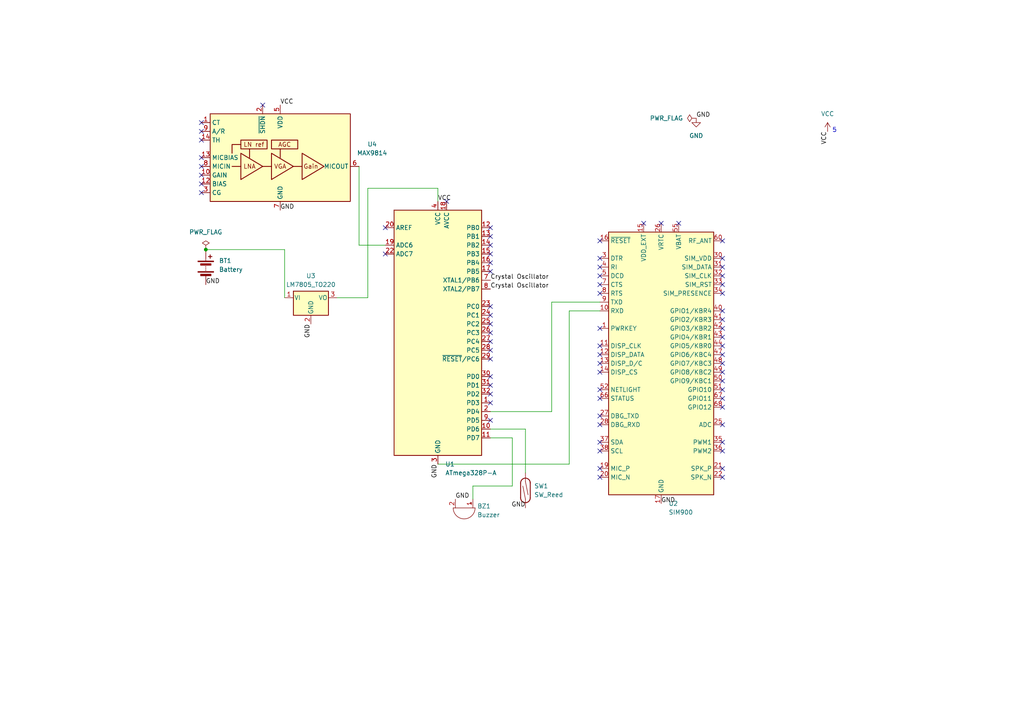
<source format=kicad_sch>
(kicad_sch (version 20250114) (generator "eeschema") (generator_version "9.0")
  (paper "A4")
  (lib_symbols
    (symbol "Amplifier_Audio:MAX9814"
      (property "Reference" "U" (at -20.32 13.97 0))
      (property "Value" "MAX9814" (at 11.43 13.97 0))
      (symbol "MAX9814_0_0"
        (rectangle (start -11.43 5.08) (end -3.81 2.54) (stroke (width 0.254)))
        (polyline (pts (xy -11.43 3.81) (xy -13.97 3.81) (xy -13.97 1.27)) (stroke (width 0.254)))
        (polyline (pts (xy -11.43 -2.54) (xy -13.97 -2.54)) (stroke (width 0.254)))
        (polyline (pts (xy -8.89 2.54) (xy -8.89 0)) (stroke (width 0.254)))
        (polyline (pts (xy -5.08 -2.54) (xy -11.43 1.27) (xy -11.43 -6.35) (xy -5.08 -2.54)) (stroke (width 0.254)))
        (rectangle (start -2.54 5.08) (end 5.08 2.54) (stroke (width 0.254)))
        (polyline (pts (xy -2.54 -2.54) (xy -5.08 -2.54)) (stroke (width 0.254)))
        (polyline (pts (xy 0 2.54) (xy 0 0)) (stroke (width 0.254)))
        (polyline (pts (xy 3.81 -2.54) (xy 6.35 -2.54)) (stroke (width 0.254)))
        (polyline (pts (xy 3.81 -2.54) (xy -2.54 1.27) (xy -2.54 -6.35) (xy 3.81 -2.54)) (stroke (width 0.254)))
        (polyline (pts (xy 12.7 -2.54) (xy 6.35 1.27) (xy 6.35 -6.35) (xy 12.7 -2.54)) (stroke (width 0.254)))
        (text "LNA" (at -8.89 -2.54 0) (effects (font (size 1.27 1.27))))
        (text "LN ref" (at -7.62 3.81 0) (effects (font (size 1.27 1.27))))
        (text "VGA" (at 0 -2.54 0) (effects (font (size 1.27 1.27))))
        (text "AGC" (at 1.27 3.81 0) (effects (font (size 1.27 1.27))))
        (text "Gain" (at 8.89 -2.54 0) (effects (font (size 1.27 1.27))))
      )
      (symbol "MAX9814_0_1"
        (rectangle (start -20.32 12.7) (end 20.32 -12.7) (stroke (width 0.254)) (fill (type background)))
      )
      (symbol "MAX9814_1_1"
        (pin input line (at -22.86 10.16 0) (length 2.54) (name "CT") (number "1"))
        (pin input line (at -22.86 7.62 0) (length 2.54) (name "A/R") (number "9"))
        (pin input line (at -22.86 5.08 0) (length 2.54) (name "TH") (number "14"))
        (pin output line (at -22.86 0 0) (length 2.54) (name "MICBIAS") (number "13"))
        (pin input line (at -22.86 -2.54 0) (length 2.54) (name "MICIN") (number "8"))
        (pin input line (at -22.86 -5.08 0) (length 2.54) (name "GAIN") (number "10"))
        (pin passive line (at -22.86 -7.62 0) (length 2.54) (name "BIAS") (number "12"))
        (pin passive line (at -22.86 -10.16 0) (length 2.54) (name "CG") (number "3"))
        (pin input line (at -5.08 15.24 270) (length 2.54) (name "~{SHDN}") (number "2"))
        (pin power_in line (at 0 15.24 270) (length 2.54) (name "VDD") (number "5"))
        (pin passive line (at 0 -15.24 90) (length 2.54) (hide yes) (name "GND") (number "11"))
        (pin passive line (at 0 -15.24 90) (length 2.54) (hide yes) (name "GND") (number "15"))
        (pin passive line (at 0 -15.24 90) (length 2.54) (hide yes) (name "GND") (number "4"))
        (pin power_in line (at 0 -15.24 90) (length 2.54) (name "GND") (number "7"))
        (pin output line (at 22.86 -2.54 180) (length 2.54) (name "MICOUT") (number "6"))
      )
    )
    (symbol "Device:Battery" (pin_numbers (hide yes)) (pin_names (offset 0) (hide yes))
      (property "Reference" "BT" (at 2.54 2.54 0))
      (property "Value" "Battery" (at 2.54 0 0))
      (symbol "Battery_0_1"
        (rectangle (start -2.286 1.778) (end 2.286 1.524) (fill (type outline)))
        (rectangle (start -2.286 -1.27) (end 2.286 -1.524) (fill (type outline)))
        (rectangle (start -1.524 1.016) (end 1.524 0.508) (fill (type outline)))
        (rectangle (start -1.524 -2.032) (end 1.524 -2.54) (fill (type outline)))
        (polyline (pts (xy 0 1.778) (xy 0 2.54)))
        (polyline (pts (xy 0 0) (xy 0 0.254)))
        (polyline (pts (xy 0 -0.508) (xy 0 -0.254)))
        (polyline (pts (xy 0 -1.016) (xy 0 -0.762)))
        (polyline (pts (xy 0.762 3.048) (xy 1.778 3.048)) (stroke (width 0.254)))
        (polyline (pts (xy 1.27 3.556) (xy 1.27 2.54)) (stroke (width 0.254)))
      )
      (symbol "Battery_1_1"
        (pin passive line (at 0 5.08 270) (length 2.54) (name "+") (number "1"))
        (pin passive line (at 0 -5.08 90) (length 2.54) (name "-") (number "2"))
      )
    )
    (symbol "Device:Buzzer" (pin_names (offset 0.0254) (hide yes))
      (property "Reference" "BZ" (at 3.81 1.27 0))
      (property "Value" "Buzzer" (at 3.81 -1.27 0))
      (symbol "Buzzer_0_1"
        (polyline (pts (xy -1.651 1.905) (xy -1.143 1.905)))
        (polyline (pts (xy -1.397 2.159) (xy -1.397 1.651)))
        (arc (start 0 3.175) (mid 3.1612 0) (end 0 -3.175))
        (polyline (pts (xy 0 3.175) (xy 0 -3.175)))
      )
      (symbol "Buzzer_1_1"
        (pin passive line (at -2.54 2.54 0) (length 2.54) (name "+") (number "1"))
        (pin passive line (at -2.54 -2.54 0) (length 2.54) (name "-") (number "2"))
      )
    )
    (symbol "MCU_Microchip_ATmega:ATmega328P-A"
      (property "Reference" "U" (at -12.7 36.83 0))
      (property "Value" "ATmega328P-A" (at 2.54 -36.83 0))
      (symbol "ATmega328P-A_0_1"
        (rectangle (start -12.7 -35.56) (end 12.7 35.56) (stroke (width 0.254)) (fill (type background)))
      )
      (symbol "ATmega328P-A_1_1"
        (pin passive line (at -15.24 30.48 0) (length 2.54) (name "AREF") (number "20"))
        (pin input line (at -15.24 25.4 0) (length 2.54) (name "ADC6") (number "19"))
        (pin input line (at -15.24 22.86 0) (length 2.54) (name "ADC7") (number "22"))
        (pin power_in line (at 0 38.1 270) (length 2.54) (name "VCC") (number "4"))
        (pin passive line (at 0 38.1 270) (length 2.54) (hide yes) (name "VCC") (number "6"))
        (pin passive line (at 0 -38.1 90) (length 2.54) (hide yes) (name "GND") (number "21"))
        (pin power_in line (at 0 -38.1 90) (length 2.54) (name "GND") (number "3"))
        (pin passive line (at 0 -38.1 90) (length 2.54) (hide yes) (name "GND") (number "5"))
        (pin power_in line (at 2.54 38.1 270) (length 2.54) (name "AVCC") (number "18"))
        (pin bidirectional line (at 15.24 30.48 180) (length 2.54) (name "PB0") (number "12"))
        (pin bidirectional line (at 15.24 27.94 180) (length 2.54) (name "PB1") (number "13"))
        (pin bidirectional line (at 15.24 25.4 180) (length 2.54) (name "PB2") (number "14"))
        (pin bidirectional line (at 15.24 22.86 180) (length 2.54) (name "PB3") (number "15"))
        (pin bidirectional line (at 15.24 20.32 180) (length 2.54) (name "PB4") (number "16"))
        (pin bidirectional line (at 15.24 17.78 180) (length 2.54) (name "PB5") (number "17"))
        (pin bidirectional line (at 15.24 15.24 180) (length 2.54) (name "XTAL1/PB6") (number "7"))
        (pin bidirectional line (at 15.24 12.7 180) (length 2.54) (name "XTAL2/PB7") (number "8"))
        (pin bidirectional line (at 15.24 7.62 180) (length 2.54) (name "PC0") (number "23"))
        (pin bidirectional line (at 15.24 5.08 180) (length 2.54) (name "PC1") (number "24"))
        (pin bidirectional line (at 15.24 2.54 180) (length 2.54) (name "PC2") (number "25"))
        (pin bidirectional line (at 15.24 0 180) (length 2.54) (name "PC3") (number "26"))
        (pin bidirectional line (at 15.24 -2.54 180) (length 2.54) (name "PC4") (number "27"))
        (pin bidirectional line (at 15.24 -5.08 180) (length 2.54) (name "PC5") (number "28"))
        (pin bidirectional line (at 15.24 -7.62 180) (length 2.54) (name "~{RESET}/PC6") (number "29"))
        (pin bidirectional line (at 15.24 -12.7 180) (length 2.54) (name "PD0") (number "30"))
        (pin bidirectional line (at 15.24 -15.24 180) (length 2.54) (name "PD1") (number "31"))
        (pin bidirectional line (at 15.24 -17.78 180) (length 2.54) (name "PD2") (number "32"))
        (pin bidirectional line (at 15.24 -20.32 180) (length 2.54) (name "PD3") (number "1"))
        (pin bidirectional line (at 15.24 -22.86 180) (length 2.54) (name "PD4") (number "2"))
        (pin bidirectional line (at 15.24 -25.4 180) (length 2.54) (name "PD5") (number "9"))
        (pin bidirectional line (at 15.24 -27.94 180) (length 2.54) (name "PD6") (number "10"))
        (pin bidirectional line (at 15.24 -30.48 180) (length 2.54) (name "PD7") (number "11"))
      )
    )
    (symbol "RF_GSM:SIM900"
      (property "Reference" "U" (at -15.24 39.37 0))
      (property "Value" "SIM900" (at 8.89 39.37 0))
      (symbol "SIM900_0_1"
        (rectangle (start -15.24 38.1) (end 15.24 -38.1) (stroke (width 0.254)) (fill (type background)))
      )
      (symbol "SIM900_1_1"
        (pin input line (at -17.78 35.56 0) (length 2.54) (name "~{RESET}") (number "16"))
        (pin input line (at -17.78 30.48 0) (length 2.54) (name "DTR") (number "3"))
        (pin output line (at -17.78 27.94 0) (length 2.54) (name "RI") (number "4"))
        (pin output line (at -17.78 25.4 0) (length 2.54) (name "DCD") (number "5"))
        (pin output line (at -17.78 22.86 0) (length 2.54) (name "CTS") (number "7"))
        (pin input line (at -17.78 20.32 0) (length 2.54) (name "RTS") (number "8"))
        (pin output line (at -17.78 17.78 0) (length 2.54) (name "TXD") (number "9"))
        (pin input line (at -17.78 15.24 0) (length 2.54) (name "RXD") (number "10"))
        (pin input line (at -17.78 10.16 0) (length 2.54) (name "PWRKEY") (number "1"))
        (pin output line (at -17.78 5.08 0) (length 2.54) (name "DISP_CLK") (number "11"))
        (pin bidirectional line (at -17.78 2.54 0) (length 2.54) (name "DISP_DATA") (number "12"))
        (pin output line (at -17.78 0 0) (length 2.54) (name "DISP_D/C") (number "13"))
        (pin output line (at -17.78 -2.54 0) (length 2.54) (name "DISP_CS") (number "14"))
        (pin output line (at -17.78 -7.62 0) (length 2.54) (name "NETLIGHT") (number "52"))
        (pin output line (at -17.78 -10.16 0) (length 2.54) (name "STATUS") (number "66"))
        (pin output line (at -17.78 -15.24 0) (length 2.54) (name "DBG_TXD") (number "27"))
        (pin input line (at -17.78 -17.78 0) (length 2.54) (name "DBG_RXD") (number "28"))
        (pin bidirectional line (at -17.78 -22.86 0) (length 2.54) (name "SDA") (number "37"))
        (pin output line (at -17.78 -25.4 0) (length 2.54) (name "SCL") (number "38"))
        (pin input line (at -17.78 -30.48 0) (length 2.54) (name "MIC_P") (number "19"))
        (pin input line (at -17.78 -33.02 0) (length 2.54) (name "MIC_N") (number "20"))
        (pin power_out line (at -5.08 40.64 270) (length 2.54) (name "VDD_EXT") (number "15"))
        (pin power_in line (at 0 40.64 270) (length 2.54) (name "VRTC") (number "26"))
        (pin power_in line (at 0 -40.64 90) (length 2.54) (name "GND") (number "17"))
        (pin passive line (at 0 -40.64 90) (length 2.54) (hide yes) (name "GND") (number "18"))
        (pin passive line (at 0 -40.64 90) (length 2.54) (hide yes) (name "GND") (number "29"))
        (pin passive line (at 0 -40.64 90) (length 2.54) (hide yes) (name "GND") (number "39"))
        (pin passive line (at 0 -40.64 90) (length 2.54) (hide yes) (name "GND") (number "45"))
        (pin passive line (at 0 -40.64 90) (length 2.54) (hide yes) (name "GND") (number "46"))
        (pin passive line (at 0 -40.64 90) (length 2.54) (hide yes) (name "GND") (number "53"))
        (pin passive line (at 0 -40.64 90) (length 2.54) (hide yes) (name "GND") (number "54"))
        (pin passive line (at 0 -40.64 90) (length 2.54) (hide yes) (name "GND") (number "58"))
        (pin passive line (at 0 -40.64 90) (length 2.54) (hide yes) (name "GND") (number "59"))
        (pin passive line (at 0 -40.64 90) (length 2.54) (hide yes) (name "GND") (number "61"))
        (pin passive line (at 0 -40.64 90) (length 2.54) (hide yes) (name "GND") (number "62"))
        (pin passive line (at 0 -40.64 90) (length 2.54) (hide yes) (name "GND") (number "63"))
        (pin passive line (at 0 -40.64 90) (length 2.54) (hide yes) (name "GND") (number "64"))
        (pin passive line (at 0 -40.64 90) (length 2.54) (hide yes) (name "GND") (number "65"))
        (pin power_in line (at 5.08 40.64 270) (length 2.54) (name "VBAT") (number "55"))
        (pin passive line (at 5.08 40.64 270) (length 2.54) (hide yes) (name "VBAT") (number "56"))
        (pin passive line (at 5.08 40.64 270) (length 2.54) (hide yes) (name "VBAT") (number "57"))
        (pin no_connect line (at 15.24 33.02 180) (length 2.54) (hide yes) (name "NC") (number "2"))
        (pin no_connect line (at 15.24 17.78 180) (length 2.54) (hide yes) (name "NC") (number "6"))
        (pin no_connect line (at 15.24 -15.24 180) (length 2.54) (hide yes) (name "NC") (number "23"))
        (pin no_connect line (at 15.24 -27.94 180) (length 2.54) (hide yes) (name "NC") (number "24"))
        (pin passive line (at 17.78 35.56 180) (length 2.54) (name "RF_ANT") (number "60"))
        (pin power_out line (at 17.78 30.48 180) (length 2.54) (name "SIM_VDD") (number "30"))
        (pin bidirectional line (at 17.78 27.94 180) (length 2.54) (name "SIM_DATA") (number "31"))
        (pin output line (at 17.78 25.4 180) (length 2.54) (name "SIM_CLK") (number "32"))
        (pin output line (at 17.78 22.86 180) (length 2.54) (name "SIM_RST") (number "33"))
        (pin input line (at 17.78 20.32 180) (length 2.54) (name "SIM_PRESENCE") (number "34"))
        (pin bidirectional line (at 17.78 15.24 180) (length 2.54) (name "GPIO1/KBR4") (number "40"))
        (pin bidirectional line (at 17.78 12.7 180) (length 2.54) (name "GPIO2/KBR3") (number "41"))
        (pin bidirectional line (at 17.78 10.16 180) (length 2.54) (name "GPIO3/KBR2") (number "42"))
        (pin bidirectional line (at 17.78 7.62 180) (length 2.54) (name "GPIO4/KBR1") (number "43"))
        (pin bidirectional line (at 17.78 5.08 180) (length 2.54) (name "GPIO5/KBR0") (number "44"))
        (pin bidirectional line (at 17.78 2.54 180) (length 2.54) (name "GPIO6/KBC4") (number "47"))
        (pin bidirectional line (at 17.78 0 180) (length 2.54) (name "GPIO7/KBC3") (number "48"))
        (pin bidirectional line (at 17.78 -2.54 180) (length 2.54) (name "GPIO8/KBC2") (number "49"))
        (pin bidirectional line (at 17.78 -5.08 180) (length 2.54) (name "GPIO9/KBC1") (number "50"))
        (pin bidirectional line (at 17.78 -7.62 180) (length 2.54) (name "GPIO10") (number "51"))
        (pin bidirectional line (at 17.78 -10.16 180) (length 2.54) (name "GPIO11") (number "67"))
        (pin bidirectional line (at 17.78 -12.7 180) (length 2.54) (name "GPIO12") (number "68"))
        (pin input line (at 17.78 -17.78 180) (length 2.54) (name "ADC") (number "25"))
        (pin output line (at 17.78 -22.86 180) (length 2.54) (name "PWM1") (number "35"))
        (pin output line (at 17.78 -25.4 180) (length 2.54) (name "PWM2") (number "36"))
        (pin output line (at 17.78 -30.48 180) (length 2.54) (name "SPK_P") (number "21"))
        (pin output line (at 17.78 -33.02 180) (length 2.54) (name "SPK_N") (number "22"))
      )
    )
    (symbol "Regulator_Linear:LM7805_TO220" (pin_names (offset 0.254))
      (property "Reference" "U" (at -3.81 3.175 0))
      (property "Value" "LM7805_TO220" (at 0 3.175 0))
      (symbol "LM7805_TO220_0_1"
        (rectangle (start -5.08 1.905) (end 5.08 -5.08) (stroke (width 0.254)) (fill (type background)))
      )
      (symbol "LM7805_TO220_1_1"
        (pin power_in line (at -7.62 0 0) (length 2.54) (name "VI") (number "1"))
        (pin power_in line (at 0 -7.62 90) (length 2.54) (name "GND") (number "2"))
        (pin power_out line (at 7.62 0 180) (length 2.54) (name "VO") (number "3"))
      )
    )
    (symbol "Switch:SW_Reed" (pin_numbers (hide yes)) (pin_names (offset 0) (hide yes))
      (property "Reference" "SW" (at 0 2.54 0))
      (property "Value" "SW_Reed" (at 0 -2.54 0))
      (symbol "SW_Reed_0_0"
        (polyline (pts (xy -2.54 0) (xy 1.27 0.762)))
        (polyline (pts (xy -2.159 -1.397) (xy 2.286 -1.397)) (stroke (width 0.254)))
        (arc (start -2.159 -1.397) (mid -3.55 0) (end -2.159 1.397) (stroke (width 0.254)))
        (arc (start 2.159 1.397) (mid 3.55 0) (end 2.159 -1.397) (stroke (width 0.254)))
        (polyline (pts (xy 2.159 1.397) (xy -2.159 1.397)) (stroke (width 0.254)))
        (polyline (pts (xy 2.54 0) (xy -1.27 -0.762)))
      )
      (symbol "SW_Reed_1_1"
        (pin passive line (at -5.08 0 0) (length 2.54) (name "1") (number "1"))
        (pin passive line (at 5.08 0 180) (length 2.54) (name "2") (number "2"))
      )
    )
    (symbol "power:GND" (power) (pin_numbers (hide yes)) (pin_names (offset 0) (hide yes))
      (property "Value" "GND" (at 0 -3.81 0))
      (symbol "GND_0_1"
        (polyline (pts (xy 0 0) (xy 0 -1.27) (xy 1.27 -1.27) (xy 0 -2.54) (xy -1.27 -1.27) (xy 0 -1.27)))
      )
      (symbol "GND_1_1"
        (pin power_in line (at 0 0 270) (length 0) (name "~") (number "1"))
      )
    )
    (symbol "power:PWR_FLAG" (power) (pin_numbers (hide yes)) (pin_names (offset 0) (hide yes))
      (property "Value" "PWR_FLAG" (at 0 3.81 0))
      (symbol "PWR_FLAG_0_0"
        (pin power_out line (at 0 0 90) (length 0) (name "~") (number "1"))
      )
      (symbol "PWR_FLAG_0_1"
        (polyline (pts (xy 0 0) (xy 0 1.27) (xy -1.016 1.905) (xy 0 2.54) (xy 1.016 1.905) (xy 0 1.27)))
      )
    )
    (symbol "power:VCC" (power) (pin_numbers (hide yes)) (pin_names (offset 0) (hide yes))
      (property "Value" "VCC" (at 0 3.556 0))
      (symbol "VCC_0_1"
        (polyline (pts (xy -0.762 1.27) (xy 0 2.54)))
        (polyline (pts (xy 0 2.54) (xy 0.762 1.27)))
        (polyline (pts (xy 0 0) (xy 0 2.54)))
      )
      (symbol "VCC_1_1"
        (pin power_in line (at 0 0 90) (length 0) (name "~") (number "1"))
      )
    )
  )
  (text "5\n" (at 242.062 37.846 0) (effects (font (size 1.27 1.27))))
  (junction (at 59.69 72.39))
  (no_connect (at 142.24 109.22))
  (no_connect (at 111.76 73.66))
  (no_connect (at 142.24 66.04))
  (no_connect (at 173.99 69.85))
  (no_connect (at 142.24 76.2))
  (no_connect (at 142.24 71.12))
  (no_connect (at 142.24 114.3))
  (no_connect (at 209.55 115.57))
  (no_connect (at 209.55 100.33))
  (no_connect (at 173.99 128.27))
  (no_connect (at 58.42 55.88))
  (no_connect (at 142.24 99.06))
  (no_connect (at 209.55 82.55))
  (no_connect (at 209.55 105.41))
  (no_connect (at 142.24 93.98))
  (no_connect (at 142.24 73.66))
  (no_connect (at 209.55 118.11))
  (no_connect (at 173.99 135.89))
  (no_connect (at 173.99 115.57))
  (no_connect (at 191.77 64.77))
  (no_connect (at 142.24 96.52))
  (no_connect (at 142.24 104.14))
  (no_connect (at 209.55 113.03))
  (no_connect (at 142.24 116.84))
  (no_connect (at 173.99 120.65))
  (no_connect (at 58.42 35.56))
  (no_connect (at 142.24 78.74))
  (no_connect (at 209.55 74.93))
  (no_connect (at 173.99 80.01))
  (no_connect (at 209.55 138.43))
  (no_connect (at 209.55 128.27))
  (no_connect (at 58.42 50.8))
  (no_connect (at 142.24 88.9))
  (no_connect (at 173.99 100.33))
  (no_connect (at 142.24 101.6))
  (no_connect (at 58.42 40.64))
  (no_connect (at 76.2 30.48))
  (no_connect (at 173.99 85.09))
  (no_connect (at 142.24 91.44))
  (no_connect (at 173.99 77.47))
  (no_connect (at 173.99 95.25))
  (no_connect (at 209.55 110.49))
  (no_connect (at 129.54 58.42))
  (no_connect (at 209.55 90.17))
  (no_connect (at 111.76 66.04))
  (no_connect (at 173.99 113.03))
  (no_connect (at 196.85 64.77))
  (no_connect (at 173.99 138.43))
  (no_connect (at 142.24 68.58))
  (no_connect (at 173.99 102.87))
  (no_connect (at 209.55 130.81))
  (no_connect (at 209.55 85.09))
  (no_connect (at 209.55 107.95))
  (no_connect (at 209.55 95.25))
  (no_connect (at 58.42 48.26))
  (no_connect (at 58.42 38.1))
  (no_connect (at 58.42 45.72))
  (no_connect (at 142.24 121.92))
  (no_connect (at 173.99 82.55))
  (no_connect (at 209.55 77.47))
  (no_connect (at 173.99 130.81))
  (no_connect (at 142.24 111.76))
  (no_connect (at 209.55 135.89))
  (no_connect (at 173.99 107.95))
  (no_connect (at 209.55 80.01))
  (no_connect (at 173.99 105.41))
  (no_connect (at 209.55 102.87))
  (no_connect (at 209.55 69.85))
  (no_connect (at 209.55 123.19))
  (no_connect (at 186.69 64.77))
  (no_connect (at 209.55 97.79))
  (no_connect (at 58.42 53.34))
  (no_connect (at 173.99 74.93))
  (no_connect (at 173.99 123.19))
  (no_connect (at 209.55 92.71))
  (wire (pts (xy 152.4 124.46) (xy 152.4 137.16)))
  (wire (pts (xy 59.69 72.39) (xy 82.55 72.39)))
  (wire (pts (xy 173.99 87.63) (xy 160.02 87.63)))
  (wire (pts (xy 165.1 134.62) (xy 127 134.62)))
  (wire (pts (xy 82.55 72.39) (xy 82.55 86.36)))
  (wire (pts (xy 137.16 144.78) (xy 137.16 140.97)))
  (wire (pts (xy 137.16 140.97) (xy 148.59 140.97)))
  (wire (pts (xy 104.14 71.12) (xy 111.76 71.12)))
  (wire (pts (xy 106.68 86.36) (xy 106.68 54.61)))
  (wire (pts (xy 160.02 87.63) (xy 160.02 119.38)))
  (wire (pts (xy 165.1 90.17) (xy 165.1 134.62)))
  (wire (pts (xy 148.59 127) (xy 142.24 127)))
  (wire (pts (xy 173.99 90.17) (xy 165.1 90.17)))
  (wire (pts (xy 104.14 48.26) (xy 104.14 71.12)))
  (wire (pts (xy 152.4 124.46) (xy 142.24 124.46)))
  (wire (pts (xy 160.02 119.38) (xy 142.24 119.38)))
  (wire (pts (xy 106.68 54.61) (xy 127 54.61)))
  (wire (pts (xy 148.59 127) (xy 148.59 140.97)))
  (wire (pts (xy 97.79 86.36) (xy 106.68 86.36)))
  (wire (pts (xy 127 54.61) (xy 127 58.42)))
  (label "Crystal Oscillator" (at 142.24 83.82 0))
  (label "GND" (at 127 134.62 270))
  (label "GND" (at 201.93 34.29 0))
  (label "Crystal Oscillator" (at 142.24 81.28 0))
  (label "VCC" (at 81.28 30.48 0))
  (label "GND" (at 191.77 146.05 0))
  (label "GND" (at 81.28 60.96 0))
  (label "GND" (at 152.4 147.32 180))
  (label "GND" (at 132.08 144.78 0))
  (label "GND" (at 59.69 82.55 0))
  (label "GND" (at 90.17 93.98 270))
  (label "VCC" (at 240.03 38.1 270))
  (label "VCC" (at 127 58.42 0))
  (symbol (lib_id "Amplifier_Audio:MAX9814") (at 81.28 45.72 0) (unit 1)
    (property "Reference" "U4" (at 107.95 41.8398 0))
    (property "Value" "MAX9814" (at 107.95 44.3798 0))
    (property "Footprint" "Package_DFN_QFN:DFN-14-1EP_3x3mm_P0.4mm_EP1.78x2.35mm" (effects (hide yes)))
    (property "Datasheet" "https://datasheets.maximintegrated.com/en/ds/MAX9814.pdf" (effects (hide yes)))
    (property "Description" "Microphone Amplifier with AGC and Low-Noise Microphone Bias, TDFN-14" (effects (hide yes)))
  )
  (symbol (lib_id "Device:Battery") (at 59.69 77.47 0) (unit 1)
    (property "Reference" "BT1" (at 63.5 75.6284 0) (effects (justify left)))
    (property "Value" "Battery" (at 63.5 78.1684 0) (effects (justify left)))
    (property "Footprint" "Battery:BatteryHolder_Keystone_103_1x20mm" (effects (hide yes)))
    (property "Description" "Multiple-cell battery" (effects (hide yes)))
  )
  (symbol (lib_id "Regulator_Linear:LM7805_TO220") (at 90.17 86.36 0) (unit 1)
    (property "Reference" "U3" (at 90.17 80.01 0))
    (property "Value" "LM7805_TO220" (at 90.17 82.55 0))
    (property "Footprint" "Package_TO_SOT_THT:TO-220-3_Vertical" (effects (hide yes)))
    (property "Datasheet" "https://www.onsemi.cn/PowerSolutions/document/MC7800-D.PDF" (effects (hide yes)))
    (property "Description" "Positive 1A 35V Linear Regulator, Fixed Output 5V, TO-220" (effects (hide yes)))
  )
  (symbol (lib_id "power:PWR_FLAG") (at 59.69 72.39 0) (unit 1)
    (property "Reference" "#FLG02" (effects (hide yes)))
    (property "Value" "PWR_FLAG" (at 59.69 67.31 0))
    (property "Description" "Special symbol for telling ERC where power comes from" (effects (hide yes)))
  )
  (symbol (lib_id "power:GND") (at 201.93 34.29 0) (unit 1)
    (property "Reference" "#PWR02" (effects (hide yes)))
    (property "Value" "GND" (at 201.93 39.37 0))
    (property "Description" "Power symbol creates a global label with name \"GND\" , ground" (effects (hide yes)))
  )
  (symbol (lib_id "Device:Buzzer") (at 134.62 147.32 270) (unit 1)
    (property "Reference" "BZ1" (at 138.43 146.805 90) (effects (justify left)))
    (property "Value" "Buzzer" (at 138.43 149.345 90) (effects (justify left)))
    (property "Footprint" "Buzzer_Beeper:Buzzer_15x7.5RM7.6" (effects (hide yes)))
    (property "Description" "Buzzer, polarized" (effects (hide yes)))
  )
  (symbol (lib_id "RF_GSM:SIM900") (at 191.77 105.41 0) (unit 1)
    (property "Reference" "U2" (at 193.9133 146.05 0) (effects (justify left)))
    (property "Value" "SIM900" (at 193.9133 148.59 0) (effects (justify left)))
    (property "Footprint" "RF_GSM:SIMCom_SIM900" (effects (hide yes)))
    (property "Datasheet" "http://simcom.ee/documents/SIM900/SIM900_Hardware%20Design_V2.05.pdf" (effects (hide yes)))
    (property "Description" "GSM Quad-Band Communication Module, GPRS, Audio Engine, AT Command Set" (effects (hide yes)))
  )
  (symbol (lib_id "Switch:SW_Reed") (at 152.4 142.24 90) (unit 1)
    (property "Reference" "SW1" (at 154.94 140.9699 90) (effects (justify right)))
    (property "Value" "SW_Reed" (at 154.94 143.5099 90) (effects (justify right)))
    (property "Footprint" "Button_Switch_SMD:SW_SPST_REED_CT05-XXXX-G1" (effects (hide yes)))
    (property "Description" "reed switch" (effects (hide yes)))
  )
  (symbol (lib_id "power:PWR_FLAG") (at 201.93 34.29 90) (unit 1)
    (property "Reference" "#FLG03" (effects (hide yes)))
    (property "Value" "PWR_FLAG" (at 198.12 34.2899 90) (effects (justify left)))
    (property "Description" "Special symbol for telling ERC where power comes from" (effects (hide yes)))
  )
  (symbol (lib_id "power:VCC") (at 240.03 38.1 0) (unit 1)
    (property "Reference" "#PWR01" (effects (hide yes)))
    (property "Value" "VCC" (at 240.03 33.02 0))
    (property "Description" "Power symbol creates a global label with name \"VCC\"" (effects (hide yes)))
  )
  (symbol (lib_id "MCU_Microchip_ATmega:ATmega328P-A") (at 127 96.52 0) (unit 1)
    (property "Reference" "U1" (at 129.1433 134.62 0) (effects (justify left)))
    (property "Value" "ATmega328P-A" (at 129.1433 137.16 0) (effects (justify left)))
    (property "Footprint" "Package_QFP:TQFP-32_7x7mm_P0.8mm" (effects (hide yes)))
    (property "Datasheet" "http://ww1.microchip.com/downloads/en/DeviceDoc/ATmega328_P%20AVR%20MCU%20with%20picoPower%20Technology%20Data%20Sheet%2040001984A.pdf" (effects (hide yes)))
    (property "Description" "20MHz, 32kB Flash, 2kB SRAM, 1kB EEPROM, TQFP-32" (effects (hide yes)))
  )
)
</source>
